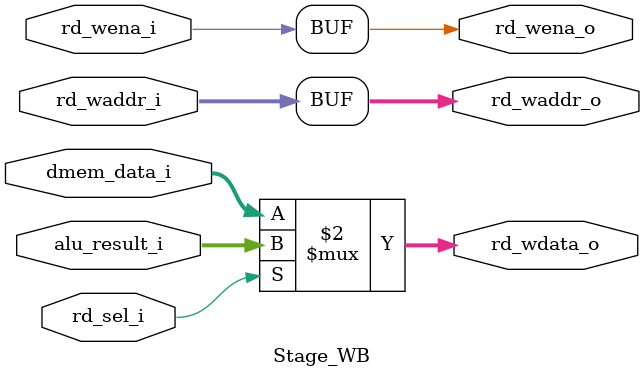
<source format=v>
`timescale 1ns / 1ps

module Stage_WB (
    input  wire [4:0]  rd_waddr_i,
    input  wire        rd_wena_i,
    input  wire        rd_sel_i, 
    input  wire [31:0] alu_result_i,
    input  wire [31:0] dmem_data_i,
    
    output wire [4:0]  rd_waddr_o,
    output wire        rd_wena_o,
    output wire [31:0] rd_wdata_o  
);

    assign rd_waddr_o = rd_waddr_i;
    assign rd_wena_o  = rd_wena_i;
    assign rd_wdata_o = (rd_sel_i == 1'b0)? dmem_data_i  
                                          : alu_result_i; 
endmodule

</source>
